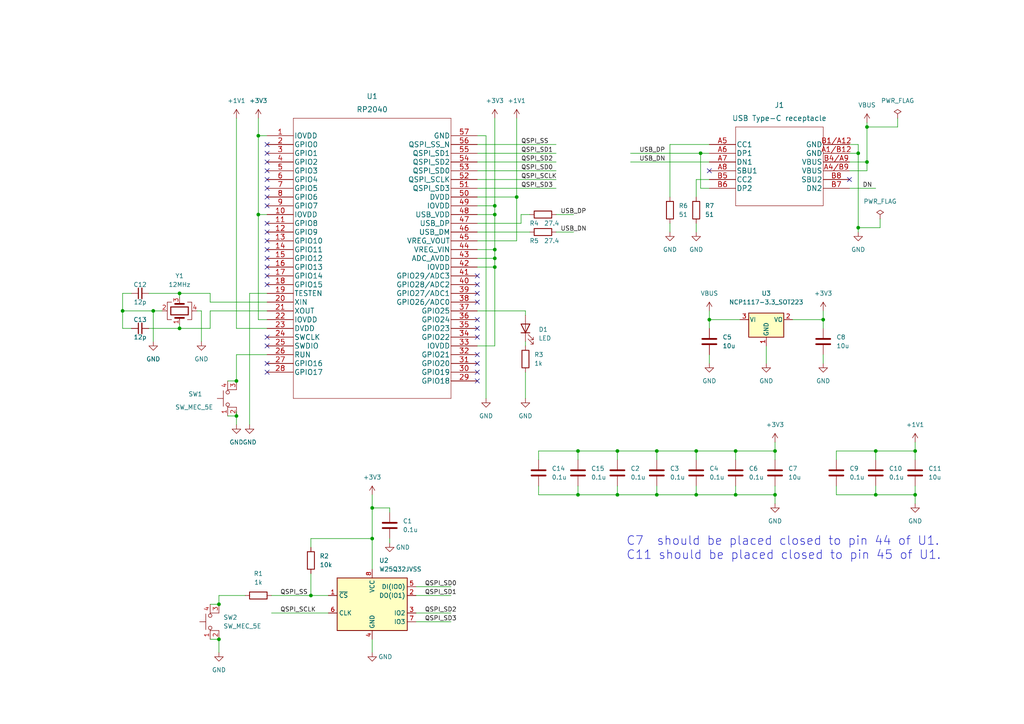
<source format=kicad_sch>
(kicad_sch (version 20211123) (generator eeschema)
  (paper "A4")
  (lib_symbols
    (symbol "Connector:2171790001" (pin_names (offset 0.254))
      (property "Reference" "J" (at 20.32 10.16 0))
      (property "Value" "2171790001" (at 20.32 7.62 0))
      (symbol "2171790001_1_1"
        (polyline (pts (xy 7.62 -17.78) (xy 33.02 -17.78)) (stroke (width 0.127)))
        (polyline (pts (xy 7.62 5.08) (xy 7.62 -17.78)) (stroke (width 0.127)))
        (polyline (pts (xy 33.02 -17.78) (xy 33.02 5.08)) (stroke (width 0.127)))
        (polyline (pts (xy 33.02 5.08) (xy 7.62 5.08)) (stroke (width 0.127)))
        (pin power_in line (at 40.64 -2.54 180) (length 7.62) (name "GND") (number "A1/B12"))
        (pin power_in line (at 40.64 -7.62 180) (length 7.62) (name "VBUS") (number "A4/B9"))
        (pin bidirectional line (at 0 0 0) (length 7.62) (name "CC1") (number "A5"))
        (pin bidirectional line (at 0 -2.54 0) (length 7.62) (name "DP1") (number "A6"))
        (pin bidirectional line (at 0 -5.08 0) (length 7.62) (name "DN1") (number "A7"))
        (pin bidirectional line (at 0 -7.62 0) (length 7.62) (name "SBU1") (number "A8"))
        (pin power_in line (at 40.64 0 180) (length 7.62) (name "GND") (number "B1/A12"))
        (pin power_in line (at 40.64 -5.08 180) (length 7.62) (name "VBUS") (number "B4/A9"))
        (pin bidirectional line (at 0 -10.16 0) (length 7.62) (name "CC2") (number "B5"))
        (pin bidirectional line (at 0 -12.7 0) (length 7.62) (name "DP2") (number "B6"))
        (pin bidirectional line (at 40.64 -12.7 180) (length 7.62) (name "DN2") (number "B7"))
        (pin bidirectional line (at 40.64 -10.16 180) (length 7.62) (name "SBU2") (number "B8"))
      )
    )
    (symbol "Device:C" (pin_numbers hide) (pin_names (offset 0.254))
      (property "Reference" "C" (at 0.635 2.54 0))
      (property "Value" "C" (at 0.635 -2.54 0))
      (symbol "C_0_1"
        (polyline (pts (xy -2.032 -0.762) (xy 2.032 -0.762)) (stroke (width 0.508)))
        (polyline (pts (xy -2.032 0.762) (xy 2.032 0.762)) (stroke (width 0.508)))
      )
      (symbol "C_1_1"
        (pin passive line (at 0 3.81 270) (length 2.794) (name "~") (number "1"))
        (pin passive line (at 0 -3.81 90) (length 2.794) (name "~") (number "2"))
      )
    )
    (symbol "Device:C_Small" (pin_numbers hide) (pin_names (offset 0.254) hide)
      (property "Reference" "C" (at 0.254 1.778 0))
      (property "Value" "C_Small" (at 0.254 -2.032 0))
      (symbol "C_Small_0_1"
        (polyline (pts (xy -1.524 -0.508) (xy 1.524 -0.508)) (stroke (width 0.3302)))
        (polyline (pts (xy -1.524 0.508) (xy 1.524 0.508)) (stroke (width 0.3048)))
      )
      (symbol "C_Small_1_1"
        (pin passive line (at 0 2.54 270) (length 2.032) (name "~") (number "1"))
        (pin passive line (at 0 -2.54 90) (length 2.032) (name "~") (number "2"))
      )
    )
    (symbol "Device:Crystal_GND24" (pin_names (offset 1.016) hide)
      (property "Reference" "Y" (at 3.175 5.08 0))
      (property "Value" "Crystal_GND24" (at 3.175 3.175 0))
      (symbol "Crystal_GND24_0_1"
        (rectangle (start -1.143 2.54) (end 1.143 -2.54) (stroke (width 0.3048)))
        (polyline (pts (xy -2.54 0) (xy -2.032 0)))
        (polyline (pts (xy -2.032 -1.27) (xy -2.032 1.27)) (stroke (width 0.508)))
        (polyline (pts (xy 0 -3.81) (xy 0 -3.556)))
        (polyline (pts (xy 0 3.556) (xy 0 3.81)))
        (polyline (pts (xy 2.032 -1.27) (xy 2.032 1.27)) (stroke (width 0.508)))
        (polyline (pts (xy 2.032 0) (xy 2.54 0)))
        (polyline (pts (xy -2.54 -2.286) (xy -2.54 -3.556) (xy 2.54 -3.556) (xy 2.54 -2.286)))
        (polyline (pts (xy -2.54 2.286) (xy -2.54 3.556) (xy 2.54 3.556) (xy 2.54 2.286)))
      )
      (symbol "Crystal_GND24_1_1"
        (pin passive line (at -3.81 0 0) (length 1.27) (name "1") (number "1"))
        (pin passive line (at 0 5.08 270) (length 1.27) (name "2") (number "2"))
        (pin passive line (at 3.81 0 180) (length 1.27) (name "3") (number "3"))
        (pin passive line (at 0 -5.08 90) (length 1.27) (name "4") (number "4"))
      )
    )
    (symbol "Device:LED" (pin_numbers hide) (pin_names (offset 1.016) hide)
      (property "Reference" "D" (at 0 2.54 0))
      (property "Value" "LED" (at 0 -2.54 0))
      (symbol "LED_0_1"
        (polyline (pts (xy -1.27 -1.27) (xy -1.27 1.27)) (stroke (width 0.254)))
        (polyline (pts (xy -1.27 0) (xy 1.27 0)))
        (polyline (pts (xy 1.27 -1.27) (xy 1.27 1.27) (xy -1.27 0) (xy 1.27 -1.27)) (stroke (width 0.254)))
        (polyline (pts (xy -3.048 -0.762) (xy -4.572 -2.286) (xy -3.81 -2.286) (xy -4.572 -2.286) (xy -4.572 -1.524)))
        (polyline (pts (xy -1.778 -0.762) (xy -3.302 -2.286) (xy -2.54 -2.286) (xy -3.302 -2.286) (xy -3.302 -1.524)))
      )
      (symbol "LED_1_1"
        (pin passive line (at -3.81 0 0) (length 2.54) (name "K") (number "1"))
        (pin passive line (at 3.81 0 180) (length 2.54) (name "A") (number "2"))
      )
    )
    (symbol "Device:R" (pin_numbers hide) (pin_names (offset 0))
      (property "Reference" "R" (at 2.032 0 90))
      (property "Value" "R" (at 0 0 90))
      (symbol "R_0_1"
        (rectangle (start -1.016 -2.54) (end 1.016 2.54) (stroke (width 0.254)))
      )
      (symbol "R_1_1"
        (pin passive line (at 0 3.81 270) (length 1.27) (name "~") (number "1"))
        (pin passive line (at 0 -3.81 90) (length 1.27) (name "~") (number "2"))
      )
    )
    (symbol "Memory_Flash:W25Q32JVSS"
      (property "Reference" "U" (at -8.89 8.89 0))
      (property "Value" "W25Q32JVSS" (at 7.62 8.89 0))
      (symbol "W25Q32JVSS_0_1"
        (rectangle (start -10.16 7.62) (end 10.16 -7.62) (stroke (width 0.254)) (fill (type background)))
      )
      (symbol "W25Q32JVSS_1_1"
        (pin input line (at -12.7 2.54 0) (length 2.54) (name "~{CS}") (number "1"))
        (pin bidirectional line (at 12.7 2.54 180) (length 2.54) (name "DO(IO1)") (number "2"))
        (pin bidirectional line (at 12.7 -2.54 180) (length 2.54) (name "IO2") (number "3"))
        (pin power_in line (at 0 -10.16 90) (length 2.54) (name "GND") (number "4"))
        (pin bidirectional line (at 12.7 5.08 180) (length 2.54) (name "DI(IO0)") (number "5"))
        (pin input line (at -12.7 -2.54 0) (length 2.54) (name "CLK") (number "6"))
        (pin bidirectional line (at 12.7 -5.08 180) (length 2.54) (name "IO3") (number "7"))
        (pin power_in line (at 0 10.16 270) (length 2.54) (name "VCC") (number "8"))
      )
    )
    (symbol "Raspberry Pi Pico:RP2040" (pin_names (offset 0.254))
      (property "Reference" "U" (at 30.48 10.16 0))
      (property "Value" "RP2040" (at 30.48 7.62 0))
      (symbol "RP2040_1_1"
        (polyline (pts (xy 7.62 -76.2) (xy 53.34 -76.2)) (stroke (width 0.127)))
        (polyline (pts (xy 7.62 5.08) (xy 7.62 -76.2)) (stroke (width 0.127)))
        (polyline (pts (xy 53.34 -76.2) (xy 53.34 5.08)) (stroke (width 0.127)))
        (polyline (pts (xy 53.34 5.08) (xy 7.62 5.08)) (stroke (width 0.127)))
        (pin power_in line (at 0 0 0) (length 7.62) (name "IOVDD") (number "1"))
        (pin power_in line (at 0 -22.86 0) (length 7.62) (name "IOVDD") (number "10"))
        (pin bidirectional line (at 0 -25.4 0) (length 7.62) (name "GPIO8") (number "11"))
        (pin bidirectional line (at 0 -27.94 0) (length 7.62) (name "GPIO9") (number "12"))
        (pin bidirectional line (at 0 -30.48 0) (length 7.62) (name "GPIO10") (number "13"))
        (pin bidirectional line (at 0 -33.02 0) (length 7.62) (name "GPIO11") (number "14"))
        (pin bidirectional line (at 0 -35.56 0) (length 7.62) (name "GPIO12") (number "15"))
        (pin bidirectional line (at 0 -38.1 0) (length 7.62) (name "GPIO13") (number "16"))
        (pin bidirectional line (at 0 -40.64 0) (length 7.62) (name "GPIO14") (number "17"))
        (pin bidirectional line (at 0 -43.18 0) (length 7.62) (name "GPIO15") (number "18"))
        (pin input line (at 0 -45.72 0) (length 7.62) (name "TESTEN") (number "19"))
        (pin bidirectional line (at 0 -2.54 0) (length 7.62) (name "GPIO0") (number "2"))
        (pin passive line (at 0 -48.26 0) (length 7.62) (name "XIN") (number "20"))
        (pin output line (at 0 -50.8 0) (length 7.62) (name "XOUT") (number "21"))
        (pin power_in line (at 0 -53.34 0) (length 7.62) (name "IOVDD") (number "22"))
        (pin power_in line (at 0 -55.88 0) (length 7.62) (name "DVDD") (number "23"))
        (pin bidirectional line (at 0 -58.42 0) (length 7.62) (name "SWCLK") (number "24"))
        (pin bidirectional line (at 0 -60.96 0) (length 7.62) (name "SWDIO") (number "25"))
        (pin input line (at 0 -63.5 0) (length 7.62) (name "RUN") (number "26"))
        (pin bidirectional line (at 0 -66.04 0) (length 7.62) (name "GPIO16") (number "27"))
        (pin bidirectional line (at 0 -68.58 0) (length 7.62) (name "GPIO17") (number "28"))
        (pin bidirectional line (at 60.96 -71.12 180) (length 7.62) (name "GPIO18") (number "29"))
        (pin bidirectional line (at 0 -5.08 0) (length 7.62) (name "GPIO1") (number "3"))
        (pin bidirectional line (at 60.96 -68.58 180) (length 7.62) (name "GPIO19") (number "30"))
        (pin bidirectional line (at 60.96 -66.04 180) (length 7.62) (name "GPIO20") (number "31"))
        (pin bidirectional line (at 60.96 -63.5 180) (length 7.62) (name "GPIO21") (number "32"))
        (pin power_in line (at 60.96 -60.96 180) (length 7.62) (name "IOVDD") (number "33"))
        (pin bidirectional line (at 60.96 -58.42 180) (length 7.62) (name "GPIO22") (number "34"))
        (pin bidirectional line (at 60.96 -55.88 180) (length 7.62) (name "GPIO23") (number "35"))
        (pin bidirectional line (at 60.96 -53.34 180) (length 7.62) (name "GPIO24") (number "36"))
        (pin bidirectional line (at 60.96 -50.8 180) (length 7.62) (name "GPIO25") (number "37"))
        (pin bidirectional line (at 60.96 -48.26 180) (length 7.62) (name "GPIO26/ADC0") (number "38"))
        (pin bidirectional line (at 60.96 -45.72 180) (length 7.62) (name "GPIO27/ADC1") (number "39"))
        (pin bidirectional line (at 0 -7.62 0) (length 7.62) (name "GPIO2") (number "4"))
        (pin bidirectional line (at 60.96 -43.18 180) (length 7.62) (name "GPIO28/ADC2") (number "40"))
        (pin bidirectional line (at 60.96 -40.64 180) (length 7.62) (name "GPIO29/ADC3") (number "41"))
        (pin power_in line (at 60.96 -38.1 180) (length 7.62) (name "IOVDD") (number "42"))
        (pin power_in line (at 60.96 -35.56 180) (length 7.62) (name "ADC_AVDD") (number "43"))
        (pin power_in line (at 60.96 -33.02 180) (length 7.62) (name "VREG_VIN") (number "44"))
        (pin power_out line (at 60.96 -30.48 180) (length 7.62) (name "VREG_VOUT") (number "45"))
        (pin bidirectional line (at 60.96 -27.94 180) (length 7.62) (name "USB_DM") (number "46"))
        (pin bidirectional line (at 60.96 -25.4 180) (length 7.62) (name "USB_DP") (number "47"))
        (pin power_in line (at 60.96 -22.86 180) (length 7.62) (name "USB_VDD") (number "48"))
        (pin power_in line (at 60.96 -20.32 180) (length 7.62) (name "IOVDD") (number "49"))
        (pin bidirectional line (at 0 -10.16 0) (length 7.62) (name "GPIO3") (number "5"))
        (pin power_in line (at 60.96 -17.78 180) (length 7.62) (name "DVDD") (number "50"))
        (pin bidirectional line (at 60.96 -15.24 180) (length 7.62) (name "QSPI_SD3") (number "51"))
        (pin output line (at 60.96 -12.7 180) (length 7.62) (name "QSPI_SCLK") (number "52"))
        (pin bidirectional line (at 60.96 -10.16 180) (length 7.62) (name "QSPI_SD0") (number "53"))
        (pin bidirectional line (at 60.96 -7.62 180) (length 7.62) (name "QSPI_SD2") (number "54"))
        (pin bidirectional line (at 60.96 -5.08 180) (length 7.62) (name "QSPI_SD1") (number "55"))
        (pin output line (at 60.96 -2.54 180) (length 7.62) (name "QSPI_SS_N") (number "56"))
        (pin power_in line (at 60.96 0 180) (length 7.62) (name "GND") (number "57"))
        (pin bidirectional line (at 0 -12.7 0) (length 7.62) (name "GPIO4") (number "6"))
        (pin bidirectional line (at 0 -15.24 0) (length 7.62) (name "GPIO5") (number "7"))
        (pin bidirectional line (at 0 -17.78 0) (length 7.62) (name "GPIO6") (number "8"))
        (pin bidirectional line (at 0 -20.32 0) (length 7.62) (name "GPIO7") (number "9"))
      )
    )
    (symbol "Regulator_Linear:NCP1117-3.3_SOT223" (pin_names (offset 0.254))
      (property "Reference" "U" (at -3.81 3.175 0))
      (property "Value" "NCP1117-3.3_SOT223" (at 0 3.175 0))
      (symbol "NCP1117-3.3_SOT223_0_1"
        (rectangle (start -5.08 -5.08) (end 5.08 1.905) (stroke (width 0.254)) (fill (type background)))
      )
      (symbol "NCP1117-3.3_SOT223_1_1"
        (pin power_in line (at 0 -7.62 90) (length 2.54) (name "GND") (number "1"))
        (pin power_out line (at 7.62 0 180) (length 2.54) (name "VO") (number "2"))
        (pin power_in line (at -7.62 0 0) (length 2.54) (name "VI") (number "3"))
      )
    )
    (symbol "Switch:SW_MEC_5E" (pin_names (offset 1.016) hide)
      (property "Reference" "SW" (at 0.635 5.715 0))
      (property "Value" "SW_MEC_5E" (at 0 -3.175 0))
      (symbol "SW_MEC_5E_0_1"
        (circle (center -1.778 2.54) (radius 0.508))
        (polyline (pts (xy -2.286 3.81) (xy 2.286 3.81)))
        (polyline (pts (xy 0 3.81) (xy 0 5.588)))
        (polyline (pts (xy -2.54 0) (xy -2.54 2.54) (xy -2.286 2.54)))
        (polyline (pts (xy 2.54 0) (xy 2.54 2.54) (xy 2.286 2.54)))
        (circle (center 1.778 2.54) (radius 0.508))
        (pin passive line (at -5.08 2.54 0) (length 2.54) (name "1") (number "1"))
        (pin passive line (at -5.08 0 0) (length 2.54) (name "2") (number "2"))
        (pin passive line (at 5.08 0 180) (length 2.54) (name "K") (number "3"))
        (pin passive line (at 5.08 2.54 180) (length 2.54) (name "A") (number "4"))
      )
    )
    (symbol "power:+1V1" (power) (pin_names (offset 0))
      (property "Value" "+1V1" (at 0 3.556 0))
      (symbol "+1V1_0_1"
        (polyline (pts (xy -0.762 1.27) (xy 0 2.54)))
        (polyline (pts (xy 0 0) (xy 0 2.54)))
        (polyline (pts (xy 0 2.54) (xy 0.762 1.27)))
      )
      (symbol "+1V1_1_1"
        (pin power_in line (at 0 0 90) (length 0) hide (name "+1V1") (number "1"))
      )
    )
    (symbol "power:+3.3V" (power) (pin_names (offset 0))
      (property "Value" "+3.3V" (at 0 3.556 0))
      (symbol "+3.3V_0_1"
        (polyline (pts (xy -0.762 1.27) (xy 0 2.54)))
        (polyline (pts (xy 0 0) (xy 0 2.54)))
        (polyline (pts (xy 0 2.54) (xy 0.762 1.27)))
      )
      (symbol "+3.3V_1_1"
        (pin power_in line (at 0 0 90) (length 0) hide (name "+3V3") (number "1"))
      )
    )
    (symbol "power:GND" (power) (pin_names (offset 0))
      (property "Value" "GND" (at 0 -3.81 0))
      (symbol "GND_0_1"
        (polyline (pts (xy 0 0) (xy 0 -1.27) (xy 1.27 -1.27) (xy 0 -2.54) (xy -1.27 -1.27) (xy 0 -1.27)))
      )
      (symbol "GND_1_1"
        (pin power_in line (at 0 0 270) (length 0) hide (name "GND") (number "1"))
      )
    )
    (symbol "power:PWR_FLAG" (power) (pin_numbers hide) (pin_names (offset 0) hide)
      (property "Value" "PWR_FLAG" (at 0 3.81 0))
      (symbol "PWR_FLAG_0_0"
        (pin power_out line (at 0 0 90) (length 0) (name "pwr") (number "1"))
      )
      (symbol "PWR_FLAG_0_1"
        (polyline (pts (xy 0 0) (xy 0 1.27) (xy -1.016 1.905) (xy 0 2.54) (xy 1.016 1.905) (xy 0 1.27)))
      )
    )
    (symbol "power:VBUS" (power) (pin_names (offset 0))
      (property "Value" "VBUS" (at 0 3.81 0))
      (symbol "VBUS_0_1"
        (polyline (pts (xy -0.762 1.27) (xy 0 2.54)))
        (polyline (pts (xy 0 0) (xy 0 2.54)))
        (polyline (pts (xy 0 2.54) (xy 0.762 1.27)))
      )
      (symbol "VBUS_1_1"
        (pin power_in line (at 0 0 90) (length 0) hide (name "VBUS") (number "1"))
      )
    )
  )
  (junction (at 63.5 175.26))
  (junction (at 179.07 130.81))
  (junction (at 254 143.51))
  (junction (at 179.07 143.51))
  (junction (at 251.46 46.99))
  (junction (at 74.93 39.37))
  (junction (at 52.07 95.25))
  (junction (at 143.51 72.39))
  (junction (at 149.86 57.15))
  (junction (at 248.92 66.04))
  (junction (at 143.51 74.93))
  (junction (at 254 130.81))
  (junction (at 213.36 130.81))
  (junction (at 190.5 130.81))
  (junction (at 203.2 44.45))
  (junction (at 190.5 143.51))
  (junction (at 238.76 92.71))
  (junction (at 224.79 143.51))
  (junction (at 265.43 143.51))
  (junction (at 44.45 90.17))
  (junction (at 107.95 147.32))
  (junction (at 251.46 36.83))
  (junction (at 68.58 120.65))
  (junction (at 205.74 92.71))
  (junction (at 265.43 130.81))
  (junction (at 248.92 44.45))
  (junction (at 52.07 85.09))
  (junction (at 74.93 62.23))
  (junction (at 90.17 172.72))
  (junction (at 143.51 62.23))
  (junction (at 213.36 143.51))
  (junction (at 167.64 143.51))
  (junction (at 107.95 156.21))
  (junction (at 143.51 77.47))
  (junction (at 63.5 185.42))
  (junction (at 143.51 59.69))
  (junction (at 35.56 90.17))
  (junction (at 68.58 110.49))
  (junction (at 201.93 130.81))
  (junction (at 201.93 143.51))
  (junction (at 224.79 130.81))
  (junction (at 167.64 130.81))
  (no_connect (at 138.43 85.09))
  (no_connect (at 138.43 82.55))
  (no_connect (at 138.43 87.63))
  (no_connect (at 138.43 80.01))
  (no_connect (at 138.43 107.95))
  (no_connect (at 138.43 102.87))
  (no_connect (at 138.43 105.41))
  (no_connect (at 138.43 97.79))
  (no_connect (at 138.43 92.71))
  (no_connect (at 138.43 95.25))
  (no_connect (at 77.47 46.99))
  (no_connect (at 77.47 41.91))
  (no_connect (at 77.47 44.45))
  (no_connect (at 77.47 49.53))
  (no_connect (at 77.47 57.15))
  (no_connect (at 77.47 52.07))
  (no_connect (at 77.47 64.77))
  (no_connect (at 77.47 54.61))
  (no_connect (at 77.47 59.69))
  (no_connect (at 77.47 80.01))
  (no_connect (at 77.47 77.47))
  (no_connect (at 77.47 69.85))
  (no_connect (at 77.47 67.31))
  (no_connect (at 77.47 72.39))
  (no_connect (at 77.47 74.93))
  (no_connect (at 77.47 100.33))
  (no_connect (at 77.47 107.95))
  (no_connect (at 77.47 105.41))
  (no_connect (at 77.47 82.55))
  (no_connect (at 77.47 97.79))
  (no_connect (at 246.38 52.07))
  (no_connect (at 205.74 49.53))
  (no_connect (at 138.43 110.49))
  (wire (pts (xy 77.47 85.09) (xy 72.39 85.09)))
  (wire (pts (xy 201.93 143.51) (xy 213.36 143.51)))
  (wire (pts (xy 248.92 67.31) (xy 248.92 66.04)))
  (wire (pts (xy 205.74 92.71) (xy 205.74 95.25)))
  (wire (pts (xy 248.92 66.04) (xy 248.92 44.45)))
  (wire (pts (xy 74.93 39.37) (xy 77.47 39.37)))
  (wire (pts (xy 246.38 49.53) (xy 251.46 49.53)))
  (wire (pts (xy 254 140.97) (xy 254 143.51)))
  (wire (pts (xy 156.21 143.51) (xy 167.64 143.51)))
  (wire (pts (xy 77.47 92.71) (xy 74.93 92.71)))
  (wire (pts (xy 214.63 92.71) (xy 205.74 92.71)))
  (wire (pts (xy 68.58 119.38) (xy 68.58 120.65)))
  (wire (pts (xy 179.07 143.51) (xy 167.64 143.51)))
  (wire (pts (xy 190.5 130.81) (xy 201.93 130.81)))
  (wire (pts (xy 251.46 46.99) (xy 251.46 36.83)))
  (wire (pts (xy 167.64 140.97) (xy 167.64 143.51)))
  (wire (pts (xy 265.43 140.97) (xy 265.43 143.51)))
  (wire (pts (xy 260.35 34.29) (xy 260.35 36.83)))
  (wire (pts (xy 246.38 54.61) (xy 254 54.61)))
  (wire (pts (xy 201.93 130.81) (xy 201.93 133.35)))
  (wire (pts (xy 251.46 36.83) (xy 251.46 35.56)))
  (wire (pts (xy 107.95 156.21) (xy 107.95 165.1)))
  (wire (pts (xy 138.43 74.93) (xy 143.51 74.93)))
  (wire (pts (xy 246.38 46.99) (xy 251.46 46.99)))
  (wire (pts (xy 251.46 49.53) (xy 251.46 46.99)))
  (wire (pts (xy 254 130.81) (xy 254 133.35)))
  (wire (pts (xy 138.43 57.15) (xy 149.86 57.15)))
  (wire (pts (xy 107.95 147.32) (xy 113.03 147.32)))
  (wire (pts (xy 90.17 158.75) (xy 90.17 156.21)))
  (wire (pts (xy 43.18 85.09) (xy 52.07 85.09)))
  (wire (pts (xy 107.95 189.23) (xy 107.95 185.42)))
  (wire (pts (xy 224.79 128.27) (xy 224.79 130.81)))
  (wire (pts (xy 78.74 177.8) (xy 95.25 177.8)))
  (wire (pts (xy 152.4 90.17) (xy 152.4 91.44)))
  (wire (pts (xy 138.43 41.91) (xy 161.29 41.91)))
  (wire (pts (xy 224.79 140.97) (xy 224.79 143.51)))
  (wire (pts (xy 107.95 143.51) (xy 107.95 147.32)))
  (wire (pts (xy 156.21 133.35) (xy 156.21 130.81)))
  (wire (pts (xy 156.21 130.81) (xy 167.64 130.81)))
  (wire (pts (xy 60.96 90.17) (xy 60.96 95.25)))
  (wire (pts (xy 68.58 102.87) (xy 68.58 110.49)))
  (wire (pts (xy 138.43 77.47) (xy 143.51 77.47)))
  (wire (pts (xy 254 130.81) (xy 265.43 130.81)))
  (wire (pts (xy 63.5 172.72) (xy 63.5 175.26)))
  (wire (pts (xy 201.93 130.81) (xy 213.36 130.81)))
  (wire (pts (xy 38.1 95.25) (xy 35.56 95.25)))
  (wire (pts (xy 213.36 130.81) (xy 213.36 133.35)))
  (wire (pts (xy 138.43 46.99) (xy 161.29 46.99)))
  (wire (pts (xy 143.51 72.39) (xy 143.51 62.23)))
  (wire (pts (xy 58.42 90.17) (xy 58.42 99.06)))
  (wire (pts (xy 224.79 143.51) (xy 224.79 146.05)))
  (wire (pts (xy 149.86 57.15) (xy 149.86 69.85)))
  (wire (pts (xy 190.5 140.97) (xy 190.5 143.51)))
  (wire (pts (xy 68.58 34.29) (xy 68.58 95.25)))
  (wire (pts (xy 77.47 62.23) (xy 74.93 62.23)))
  (wire (pts (xy 203.2 54.61) (xy 203.2 44.45)))
  (wire (pts (xy 182.88 44.45) (xy 203.2 44.45)))
  (wire (pts (xy 71.12 172.72) (xy 63.5 172.72)))
  (wire (pts (xy 179.07 143.51) (xy 190.5 143.51)))
  (wire (pts (xy 265.43 143.51) (xy 265.43 146.05)))
  (wire (pts (xy 138.43 59.69) (xy 143.51 59.69)))
  (wire (pts (xy 242.57 140.97) (xy 242.57 143.51)))
  (wire (pts (xy 77.47 90.17) (xy 60.96 90.17)))
  (wire (pts (xy 265.43 128.27) (xy 265.43 130.81)))
  (wire (pts (xy 238.76 92.71) (xy 238.76 95.25)))
  (wire (pts (xy 242.57 130.81) (xy 254 130.81)))
  (wire (pts (xy 161.29 62.23) (xy 166.37 62.23)))
  (wire (pts (xy 60.96 185.42) (xy 63.5 185.42)))
  (wire (pts (xy 138.43 62.23) (xy 143.51 62.23)))
  (wire (pts (xy 63.5 185.42) (xy 63.5 189.23)))
  (wire (pts (xy 248.92 44.45) (xy 246.38 44.45)))
  (wire (pts (xy 205.74 41.91) (xy 194.31 41.91)))
  (wire (pts (xy 107.95 147.32) (xy 107.95 156.21)))
  (wire (pts (xy 205.74 105.41) (xy 205.74 102.87)))
  (wire (pts (xy 57.15 90.17) (xy 58.42 90.17)))
  (wire (pts (xy 66.04 120.65) (xy 68.58 120.65)))
  (wire (pts (xy 179.07 130.81) (xy 190.5 130.81)))
  (wire (pts (xy 213.36 140.97) (xy 213.36 143.51)))
  (wire (pts (xy 194.31 41.91) (xy 194.31 57.15)))
  (wire (pts (xy 113.03 156.21) (xy 113.03 157.48)))
  (wire (pts (xy 242.57 143.51) (xy 254 143.51)))
  (wire (pts (xy 138.43 52.07) (xy 161.29 52.07)))
  (wire (pts (xy 201.93 67.31) (xy 201.93 64.77)))
  (wire (pts (xy 74.93 34.29) (xy 74.93 39.37)))
  (wire (pts (xy 78.74 172.72) (xy 90.17 172.72)))
  (wire (pts (xy 74.93 39.37) (xy 74.93 62.23)))
  (wire (pts (xy 167.64 130.81) (xy 179.07 130.81)))
  (wire (pts (xy 151.13 62.23) (xy 153.67 62.23)))
  (wire (pts (xy 52.07 95.25) (xy 52.07 93.98)))
  (wire (pts (xy 138.43 69.85) (xy 149.86 69.85)))
  (wire (pts (xy 248.92 41.91) (xy 248.92 44.45)))
  (wire (pts (xy 201.93 52.07) (xy 201.93 57.15)))
  (wire (pts (xy 152.4 115.57) (xy 152.4 107.95)))
  (wire (pts (xy 222.25 105.41) (xy 222.25 100.33)))
  (wire (pts (xy 138.43 100.33) (xy 143.51 100.33)))
  (wire (pts (xy 138.43 54.61) (xy 161.29 54.61)))
  (wire (pts (xy 213.36 130.81) (xy 224.79 130.81)))
  (wire (pts (xy 60.96 175.26) (xy 63.5 175.26)))
  (wire (pts (xy 120.65 180.34) (xy 130.81 180.34)))
  (wire (pts (xy 77.47 87.63) (xy 60.96 87.63)))
  (wire (pts (xy 190.5 133.35) (xy 190.5 130.81)))
  (wire (pts (xy 254 143.51) (xy 265.43 143.51)))
  (wire (pts (xy 265.43 130.81) (xy 265.43 133.35)))
  (wire (pts (xy 140.97 39.37) (xy 140.97 115.57)))
  (wire (pts (xy 138.43 72.39) (xy 143.51 72.39)))
  (wire (pts (xy 138.43 39.37) (xy 140.97 39.37)))
  (wire (pts (xy 44.45 90.17) (xy 44.45 99.06)))
  (wire (pts (xy 167.64 133.35) (xy 167.64 130.81)))
  (wire (pts (xy 143.51 59.69) (xy 143.51 34.29)))
  (wire (pts (xy 46.99 90.17) (xy 44.45 90.17)))
  (wire (pts (xy 149.86 34.29) (xy 149.86 57.15)))
  (wire (pts (xy 66.04 110.49) (xy 68.58 110.49)))
  (wire (pts (xy 143.51 62.23) (xy 143.51 59.69)))
  (wire (pts (xy 205.74 54.61) (xy 203.2 54.61)))
  (wire (pts (xy 35.56 90.17) (xy 35.56 85.09)))
  (wire (pts (xy 255.27 66.04) (xy 248.92 66.04)))
  (wire (pts (xy 194.31 67.31) (xy 194.31 64.77)))
  (wire (pts (xy 35.56 95.25) (xy 35.56 90.17)))
  (wire (pts (xy 238.76 105.41) (xy 238.76 102.87)))
  (wire (pts (xy 242.57 130.81) (xy 242.57 133.35)))
  (wire (pts (xy 68.58 120.65) (xy 68.58 123.19)))
  (wire (pts (xy 90.17 172.72) (xy 95.25 172.72)))
  (wire (pts (xy 138.43 64.77) (xy 151.13 64.77)))
  (wire (pts (xy 229.87 92.71) (xy 238.76 92.71)))
  (wire (pts (xy 52.07 85.09) (xy 52.07 86.36)))
  (wire (pts (xy 120.65 172.72) (xy 130.81 172.72)))
  (wire (pts (xy 138.43 44.45) (xy 161.29 44.45)))
  (wire (pts (xy 161.29 67.31) (xy 166.37 67.31)))
  (wire (pts (xy 120.65 177.8) (xy 130.81 177.8)))
  (wire (pts (xy 205.74 52.07) (xy 201.93 52.07)))
  (wire (pts (xy 43.18 95.25) (xy 52.07 95.25)))
  (wire (pts (xy 77.47 102.87) (xy 68.58 102.87)))
  (wire (pts (xy 35.56 85.09) (xy 38.1 85.09)))
  (wire (pts (xy 255.27 63.5) (xy 255.27 66.04)))
  (wire (pts (xy 138.43 49.53) (xy 161.29 49.53)))
  (wire (pts (xy 90.17 166.37) (xy 90.17 172.72)))
  (wire (pts (xy 152.4 100.33) (xy 152.4 99.06)))
  (wire (pts (xy 72.39 85.09) (xy 72.39 123.19)))
  (wire (pts (xy 113.03 148.59) (xy 113.03 147.32)))
  (wire (pts (xy 179.07 140.97) (xy 179.07 143.51)))
  (wire (pts (xy 182.88 46.99) (xy 205.74 46.99)))
  (wire (pts (xy 138.43 67.31) (xy 153.67 67.31)))
  (wire (pts (xy 138.43 90.17) (xy 152.4 90.17)))
  (wire (pts (xy 60.96 85.09) (xy 52.07 85.09)))
  (wire (pts (xy 205.74 90.17) (xy 205.74 92.71)))
  (wire (pts (xy 74.93 92.71) (xy 74.93 62.23)))
  (wire (pts (xy 224.79 130.81) (xy 224.79 133.35)))
  (wire (pts (xy 190.5 143.51) (xy 201.93 143.51)))
  (wire (pts (xy 143.51 77.47) (xy 143.51 74.93)))
  (wire (pts (xy 60.96 87.63) (xy 60.96 85.09)))
  (wire (pts (xy 179.07 133.35) (xy 179.07 130.81)))
  (wire (pts (xy 143.51 100.33) (xy 143.51 77.47)))
  (wire (pts (xy 77.47 95.25) (xy 68.58 95.25)))
  (wire (pts (xy 156.21 140.97) (xy 156.21 143.51)))
  (wire (pts (xy 60.96 95.25) (xy 52.07 95.25)))
  (wire (pts (xy 44.45 90.17) (xy 35.56 90.17)))
  (wire (pts (xy 120.65 170.18) (xy 130.81 170.18)))
  (wire (pts (xy 238.76 90.17) (xy 238.76 92.71)))
  (wire (pts (xy 213.36 143.51) (xy 224.79 143.51)))
  (wire (pts (xy 201.93 140.97) (xy 201.93 143.51)))
  (wire (pts (xy 90.17 156.21) (xy 107.95 156.21)))
  (wire (pts (xy 251.46 36.83) (xy 260.35 36.83)))
  (wire (pts (xy 246.38 41.91) (xy 248.92 41.91)))
  (wire (pts (xy 203.2 44.45) (xy 205.74 44.45)))
  (wire (pts (xy 143.51 74.93) (xy 143.51 72.39)))
  (wire (pts (xy 151.13 64.77) (xy 151.13 62.23)))
  (text "C7  should be placed closed to pin 44 of U1.\nC11 should be placed closed to pin 45 of U1." (at 181.61 162.56 0) (effects (font (size 2.54 2.54)) (justify left bottom)))
  (label "QSPI_SD0" (at 151.13 49.53 0))
  (label "QSPI_SS" (at 81.28 172.72 0))
  (label "QSPI_SD2" (at 151.13 46.99 0))
  (label "QSPI_SD1" (at 123.19 172.72 0))
  (label "QSPI_SS" (at 151.13 41.91 0))
  (label "QSPI_SD3" (at 151.13 54.61 0))
  (label "QSPI_SCLK" (at 151.13 52.07 0))
  (label "USB_DP" (at 185.42 44.45 0))
  (label "QSPI_SD3" (at 123.19 180.34 0))
  (label "USB_DN" (at 162.56 67.31 0))
  (label "DN" (at 250.19 54.61 0))
  (label "USB_DP" (at 162.56 62.23 0))
  (label "USB_DN" (at 185.42 46.99 0))
  (label "QSPI_SD1" (at 151.13 44.45 0))
  (label "QSPI_SD0" (at 123.19 170.18 0))
  (label "QSPI_SD2" (at 123.19 177.8 0))
  (label "QSPI_SCLK" (at 81.28 177.8 0))
  (symbol (lib_id "Device:R") (at 152.4 104.14 0) (unit 1)
    (property "Reference" "R3" (at 154.94 102.8699 0) (effects (justify left)))
    (property "Value" "1k" (at 154.94 105.4099 0) (effects (justify left)))
    (property "Footprint" "Resistor_SMD:R_0603_1608Metric_Pad0.98x0.95mm_HandSolder" (effects hide))
  )
  (symbol (lib_id "power:+3.3V") (at 107.95 143.51 0) (unit 1)
    (property "Reference" "#PWR05" (effects hide))
    (property "Value" "+3.3V" (at 107.95 138.43 0))
  )
  (symbol (lib_id "power:+3.3V") (at 224.79 128.27 0) (unit 1)
    (property "Reference" "#PWR017" (effects hide))
    (property "Value" "+3.3V" (at 224.79 123.19 0))
  )
  (symbol (lib_id "power:GND") (at 113.03 157.48 0) (unit 1)
    (property "Reference" "#PWR07" (effects hide))
    (property "Value" "GND" (at 116.84 158.75 0))
  )
  (symbol (lib_id "Device:C") (at 242.57 137.16 0) (unit 1)
    (property "Reference" "C9" (at 246.38 135.8899 0) (effects (justify left)))
    (property "Value" "0.1u" (at 246.38 138.4299 0) (effects (justify left)))
    (property "Footprint" "Capacitor_SMD:C_0603_1608Metric_Pad1.08x0.95mm_HandSolder" (effects hide))
  )
  (symbol (lib_id "power:GND") (at 224.79 146.05 0) (unit 1)
    (property "Reference" "#PWR018" (effects hide))
    (property "Value" "GND" (at 224.79 151.13 0))
  )
  (symbol (lib_id "Device:C") (at 190.5 137.16 0) (unit 1)
    (property "Reference" "C3" (at 194.31 135.8899 0) (effects (justify left)))
    (property "Value" "0.1u" (at 194.31 138.4299 0) (effects (justify left)))
    (property "Footprint" "Capacitor_SMD:C_0603_1608Metric_Pad1.08x0.95mm_HandSolder" (effects hide))
  )
  (symbol (lib_id "power:+3.3V") (at 74.93 34.29 0) (unit 1)
    (property "Reference" "#PWR04" (effects hide))
    (property "Value" "+3.3V" (at 74.93 29.21 0))
  )
  (symbol (lib_id "Device:R") (at 90.17 162.56 0) (unit 1)
    (property "Reference" "R2" (at 92.71 161.2899 0) (effects (justify left)))
    (property "Value" "10k" (at 92.71 163.8299 0) (effects (justify left)))
    (property "Footprint" "Resistor_SMD:R_0603_1608Metric_Pad0.98x0.95mm_HandSolder" (effects hide))
  )
  (symbol (lib_id "power:+3.3V") (at 143.51 34.29 0) (unit 1)
    (property "Reference" "#PWR09" (effects hide))
    (property "Value" "+3.3V" (at 143.51 29.21 0))
  )
  (symbol (lib_id "Raspberry Pi Pico:RP2040") (at 77.47 39.37 0) (unit 1)
    (property "Reference" "U1" (at 107.95 27.94 0) (effects (font (size 1.524 1.524))))
    (property "Value" "RP2040" (at 107.95 31.75 0) (effects (font (size 1.524 1.524))))
    (property "Footprint" "Local:RP2040" (effects hide))
  )
  (symbol (lib_id "power:GND") (at 63.5 189.23 0) (unit 1)
    (property "Reference" "#PWR03" (effects hide))
    (property "Value" "GND" (at 63.5 194.31 0))
  )
  (symbol (lib_id "power:+1V1") (at 68.58 34.29 0) (unit 1)
    (property "Reference" "#PWR01" (effects hide))
    (property "Value" "+1V1" (at 68.58 29.21 0))
  )
  (symbol (lib_id "power:GND") (at 238.76 105.41 0) (unit 1)
    (property "Reference" "#PWR020" (effects hide))
    (property "Value" "GND" (at 238.76 110.49 0))
  )
  (symbol (lib_id "power:VBUS") (at 251.46 35.56 0) (unit 1)
    (property "Reference" "#PWR022" (effects hide))
    (property "Value" "VBUS" (at 251.46 30.48 0))
  )
  (symbol (lib_id "Device:C") (at 213.36 137.16 0) (unit 1)
    (property "Reference" "C6" (at 217.17 135.8899 0) (effects (justify left)))
    (property "Value" "0.1u" (at 217.17 138.4299 0) (effects (justify left)))
    (property "Footprint" "Capacitor_SMD:C_0603_1608Metric_Pad1.08x0.95mm_HandSolder" (effects hide))
  )
  (symbol (lib_id "power:+3.3V") (at 238.76 90.17 0) (unit 1)
    (property "Reference" "#PWR019" (effects hide))
    (property "Value" "+3.3V" (at 238.76 85.09 0))
  )
  (symbol (lib_id "power:GND") (at 72.39 123.19 0) (unit 1)
    (property "Reference" "#PWR0103" (effects hide))
    (property "Value" "GND" (at 72.39 128.27 0))
  )
  (symbol (lib_id "Switch:SW_MEC_5E") (at 63.5 180.34 90) (unit 1)
    (property "Reference" "SW2" (at 64.77 179.0699 90) (effects (justify right)))
    (property "Value" "SW_MEC_5E" (at 64.77 181.6099 90) (effects (justify right)))
    (property "Footprint" "Button_Switch_THT:SW_TH_Tactile_Omron_B3F-10xx" (effects hide))
    (property "Datasheet" "http://www.apem.com/int/index.php?controller=attachment&id_attachment=1371" (effects hide))
  )
  (symbol (lib_id "Device:C") (at 238.76 99.06 0) (unit 1)
    (property "Reference" "C8" (at 242.57 97.7899 0) (effects (justify left)))
    (property "Value" "10u" (at 242.57 100.3299 0) (effects (justify left)))
    (property "Footprint" "Capacitor_SMD:C_0603_1608Metric_Pad1.08x0.95mm_HandSolder" (effects hide))
    (property "parts number" "GRM188R61C106MA73D" (effects hide))
  )
  (symbol (lib_id "Device:C") (at 113.03 152.4 0) (unit 1)
    (property "Reference" "C1" (at 116.84 151.1299 0) (effects (justify left)))
    (property "Value" "0.1u" (at 116.84 153.6699 0) (effects (justify left)))
    (property "Footprint" "Capacitor_SMD:C_0603_1608Metric_Pad1.08x0.95mm_HandSolder" (effects hide))
  )
  (symbol (lib_id "power:GND") (at 68.58 123.19 0) (unit 1)
    (property "Reference" "#PWR02" (effects hide))
    (property "Value" "GND" (at 68.58 128.27 0))
  )
  (symbol (lib_id "power:PWR_FLAG") (at 260.35 34.29 0) (unit 1)
    (property "Reference" "#FLG0102" (effects hide))
    (property "Value" "PWR_FLAG" (at 260.35 29.21 0))
  )
  (symbol (lib_id "Device:C") (at 224.79 137.16 0) (unit 1)
    (property "Reference" "C7" (at 228.6 135.8899 0) (effects (justify left)))
    (property "Value" "10u" (at 228.6 138.4299 0) (effects (justify left)))
    (property "Footprint" "Capacitor_SMD:C_0603_1608Metric_Pad1.08x0.95mm_HandSolder" (effects hide))
    (property "parts number" "GRM188R61C106MA73D" (effects hide))
  )
  (symbol (lib_id "Regulator_Linear:NCP1117-3.3_SOT223") (at 222.25 92.71 0) (unit 1)
    (property "Reference" "U3" (at 222.25 85.09 0))
    (property "Value" "NCP1117-3.3_SOT223" (at 222.25 87.63 0))
    (property "Footprint" "Package_TO_SOT_SMD:SOT-223-3_TabPin2" (effects hide))
    (property "Datasheet" "http://www.onsemi.com/pub_link/Collateral/NCP1117-D.PDF" (effects hide))
    (property "parts number" "NCP1117-3.3_SOT223" (effects hide))
  )
  (symbol (lib_id "Connector:2171790001") (at 205.74 41.91 0) (unit 1)
    (property "Reference" "J1" (at 226.06 30.48 0) (effects (font (size 1.524 1.524))))
    (property "Value" "USB Type-C receptacle" (at 226.06 34.29 0) (effects (font (size 1.524 1.524))))
    (property "Footprint" "Local:2171790001" (effects hide))
    (property "parts number" "2171790001" (effects hide))
  )
  (symbol (lib_id "power:VBUS") (at 205.74 90.17 0) (unit 1)
    (property "Reference" "#PWR014" (effects hide))
    (property "Value" "VBUS" (at 205.74 85.09 0))
  )
  (symbol (lib_id "power:GND") (at 140.97 115.57 0) (unit 1)
    (property "Reference" "#PWR08" (effects hide))
    (property "Value" "GND" (at 140.97 120.65 0))
  )
  (symbol (lib_id "power:GND") (at 194.31 67.31 0) (unit 1)
    (property "Reference" "#PWR012" (effects hide))
    (property "Value" "GND" (at 194.31 72.39 0))
  )
  (symbol (lib_id "power:GND") (at 152.4 115.57 0) (unit 1)
    (property "Reference" "#PWR011" (effects hide))
    (property "Value" "GND" (at 152.4 120.65 0))
  )
  (symbol (lib_id "Device:R") (at 157.48 67.31 90) (unit 1)
    (property "Reference" "R5" (at 154.94 69.85 90))
    (property "Value" "27.4" (at 160.02 69.85 90))
    (property "Footprint" "Resistor_SMD:R_0603_1608Metric_Pad0.98x0.95mm_HandSolder" (effects hide))
  )
  (symbol (lib_id "Memory_Flash:W25Q32JVSS") (at 107.95 175.26 0) (unit 1)
    (property "Reference" "U2" (at 109.9694 162.56 0) (effects (justify left)))
    (property "Value" "W25Q32JVSS" (at 109.9694 165.1 0) (effects (justify left)))
    (property "Footprint" "Package_SO:SOIC-8_5.23x5.23mm_P1.27mm" (effects hide))
    (property "Datasheet" "http://www.winbond.com/resource-files/w25q32jv%20revg%2003272018%20plus.pdf" (effects hide))
    (property "parts number" "W25Q32JVSS" (effects hide))
  )
  (symbol (lib_id "Device:R") (at 194.31 60.96 0) (unit 1)
    (property "Reference" "R6" (at 196.85 59.6899 0) (effects (justify left)))
    (property "Value" "51" (at 196.85 62.2299 0) (effects (justify left)))
    (property "Footprint" "Resistor_SMD:R_0603_1608Metric_Pad0.98x0.95mm_HandSolder" (effects hide))
  )
  (symbol (lib_id "power:GND") (at 205.74 105.41 0) (unit 1)
    (property "Reference" "#PWR015" (effects hide))
    (property "Value" "GND" (at 205.74 110.49 0))
  )
  (symbol (lib_id "Device:R") (at 201.93 60.96 0) (unit 1)
    (property "Reference" "R7" (at 204.47 59.6899 0) (effects (justify left)))
    (property "Value" "51" (at 204.47 62.2299 0) (effects (justify left)))
    (property "Footprint" "Resistor_SMD:R_0603_1608Metric_Pad0.98x0.95mm_HandSolder" (effects hide))
  )
  (symbol (lib_id "Device:LED") (at 152.4 95.25 90) (unit 1)
    (property "Reference" "D1" (at 156.21 95.5674 90) (effects (justify right)))
    (property "Value" "LED" (at 156.21 98.1074 90) (effects (justify right)))
    (property "Footprint" "LED_THT:LED_D3.0mm" (effects hide))
  )
  (symbol (lib_id "power:GND") (at 265.43 146.05 0) (unit 1)
    (property "Reference" "#PWR024" (effects hide))
    (property "Value" "GND" (at 265.43 151.13 0))
  )
  (symbol (lib_id "Device:C") (at 254 137.16 0) (unit 1)
    (property "Reference" "C10" (at 257.81 135.8899 0) (effects (justify left)))
    (property "Value" "0.1u" (at 257.81 138.4299 0) (effects (justify left)))
    (property "Footprint" "Capacitor_SMD:C_0603_1608Metric_Pad1.08x0.95mm_HandSolder" (effects hide))
  )
  (symbol (lib_id "power:+1V1") (at 149.86 34.29 0) (unit 1)
    (property "Reference" "#PWR010" (effects hide))
    (property "Value" "+1V1" (at 149.86 29.21 0))
  )
  (symbol (lib_id "Device:R") (at 157.48 62.23 90) (unit 1)
    (property "Reference" "R4" (at 154.94 64.77 90))
    (property "Value" "27.4" (at 160.02 64.77 90))
    (property "Footprint" "Resistor_SMD:R_0603_1608Metric_Pad0.98x0.95mm_HandSolder" (effects hide))
  )
  (symbol (lib_id "power:+1V1") (at 265.43 128.27 0) (unit 1)
    (property "Reference" "#PWR023" (effects hide))
    (property "Value" "+1V1" (at 265.43 123.19 0))
  )
  (symbol (lib_id "Device:C") (at 179.07 137.16 0) (unit 1)
    (property "Reference" "C2" (at 182.88 135.8899 0) (effects (justify left)))
    (property "Value" "0.1u" (at 182.88 138.4299 0) (effects (justify left)))
    (property "Footprint" "Capacitor_SMD:C_0603_1608Metric_Pad1.08x0.95mm_HandSolder" (effects hide))
  )
  (symbol (lib_id "Device:Crystal_GND24") (at 52.07 90.17 90) (unit 1)
    (property "Reference" "Y1" (at 52.07 80.01 90))
    (property "Value" "12MHz" (at 52.07 82.55 90))
    (property "Footprint" "Crystal:Crystal_SMD_3225-4Pin_3.2x2.5mm_HandSoldering" (effects hide))
    (property "parts number" "LFXTAL083388RL3K" (effects hide))
  )
  (symbol (lib_id "Device:C") (at 201.93 137.16 0) (unit 1)
    (property "Reference" "C4" (at 205.74 135.8899 0) (effects (justify left)))
    (property "Value" "0.1u" (at 205.74 138.4299 0) (effects (justify left)))
    (property "Footprint" "Capacitor_SMD:C_0603_1608Metric_Pad1.08x0.95mm_HandSolder" (effects hide))
  )
  (symbol (lib_id "Device:C") (at 167.64 137.16 0) (unit 1)
    (property "Reference" "C15" (at 171.45 135.8899 0) (effects (justify left)))
    (property "Value" "0.1u" (at 171.45 138.4299 0) (effects (justify left)))
    (property "Footprint" "Capacitor_SMD:C_0603_1608Metric_Pad1.08x0.95mm_HandSolder" (effects hide))
  )
  (symbol (lib_id "Switch:SW_MEC_5E") (at 68.58 115.57 90) (unit 1)
    (property "Reference" "SW1" (at 54.61 114.3 90) (effects (justify right)))
    (property "Value" "SW_MEC_5E" (at 50.8 118.11 90) (effects (justify right)))
    (property "Footprint" "Button_Switch_THT:SW_TH_Tactile_Omron_B3F-10xx" (effects hide))
    (property "Datasheet" "http://www.apem.com/int/index.php?controller=attachment&id_attachment=1371" (effects hide))
  )
  (symbol (lib_id "Device:C") (at 156.21 137.16 0) (unit 1)
    (property "Reference" "C14" (at 160.02 135.8899 0) (effects (justify left)))
    (property "Value" "0.1u" (at 160.02 138.4299 0) (effects (justify left)))
    (property "Footprint" "Capacitor_SMD:C_0603_1608Metric_Pad1.08x0.95mm_HandSolder" (effects hide))
  )
  (symbol (lib_id "power:GND") (at 201.93 67.31 0) (unit 1)
    (property "Reference" "#PWR013" (effects hide))
    (property "Value" "GND" (at 201.93 72.39 0))
  )
  (symbol (lib_id "power:GND") (at 248.92 67.31 0) (unit 1)
    (property "Reference" "#PWR021" (effects hide))
    (property "Value" "GND" (at 248.92 72.39 0))
  )
  (symbol (lib_id "Device:C_Small") (at 40.64 85.09 90) (unit 1)
    (property "Reference" "C12" (at 40.64 82.55 90))
    (property "Value" "12p" (at 40.64 87.63 90))
    (property "Footprint" "Capacitor_SMD:C_0603_1608Metric_Pad1.08x0.95mm_HandSolder" (effects hide))
  )
  (symbol (lib_id "Device:C_Small") (at 40.64 95.25 90) (unit 1)
    (property "Reference" "C13" (at 40.64 92.71 90))
    (property "Value" "12p" (at 40.64 97.79 90))
    (property "Footprint" "Capacitor_SMD:C_0603_1608Metric_Pad1.08x0.95mm_HandSolder" (effects hide))
  )
  (symbol (lib_id "power:GND") (at 222.25 105.41 0) (unit 1)
    (property "Reference" "#PWR016" (effects hide))
    (property "Value" "GND" (at 222.25 110.49 0))
  )
  (symbol (lib_id "Device:R") (at 74.93 172.72 90) (unit 1)
    (property "Reference" "R1" (at 74.93 166.37 90))
    (property "Value" "1k" (at 74.93 168.91 90))
    (property "Footprint" "Resistor_SMD:R_0603_1608Metric_Pad0.98x0.95mm_HandSolder" (effects hide))
  )
  (symbol (lib_id "power:PWR_FLAG") (at 255.27 63.5 0) (unit 1)
    (property "Reference" "#FLG0101" (effects hide))
    (property "Value" "PWR_FLAG" (at 255.27 58.42 0))
  )
  (symbol (lib_id "Device:C") (at 265.43 137.16 0) (unit 1)
    (property "Reference" "C11" (at 269.24 135.8899 0) (effects (justify left)))
    (property "Value" "10u" (at 269.24 138.4299 0) (effects (justify left)))
    (property "Footprint" "Capacitor_SMD:C_0603_1608Metric_Pad1.08x0.95mm_HandSolder" (effects hide))
    (property "parts number" "GRM188R61C106MA73D" (effects hide))
  )
  (symbol (lib_id "Device:C") (at 205.74 99.06 0) (unit 1)
    (property "Reference" "C5" (at 209.55 97.7899 0) (effects (justify left)))
    (property "Value" "10u" (at 209.55 100.3299 0) (effects (justify left)))
    (property "Footprint" "Capacitor_SMD:C_0603_1608Metric_Pad1.08x0.95mm_HandSolder" (effects hide))
    (property "parts number" "GRM188R61C106MA73D" (effects hide))
  )
  (symbol (lib_id "power:GND") (at 58.42 99.06 0) (unit 1)
    (property "Reference" "#PWR0101" (effects hide))
    (property "Value" "GND" (at 58.42 104.14 0))
  )
  (symbol (lib_id "power:GND") (at 44.45 99.06 0) (unit 1)
    (property "Reference" "#PWR0102" (effects hide))
    (property "Value" "GND" (at 44.45 104.14 0))
  )
  (symbol (lib_id "power:GND") (at 107.95 189.23 0) (unit 1)
    (property "Reference" "#PWR06" (effects hide))
    (property "Value" "GND" (at 111.76 190.5 0))
  )
)
</source>
